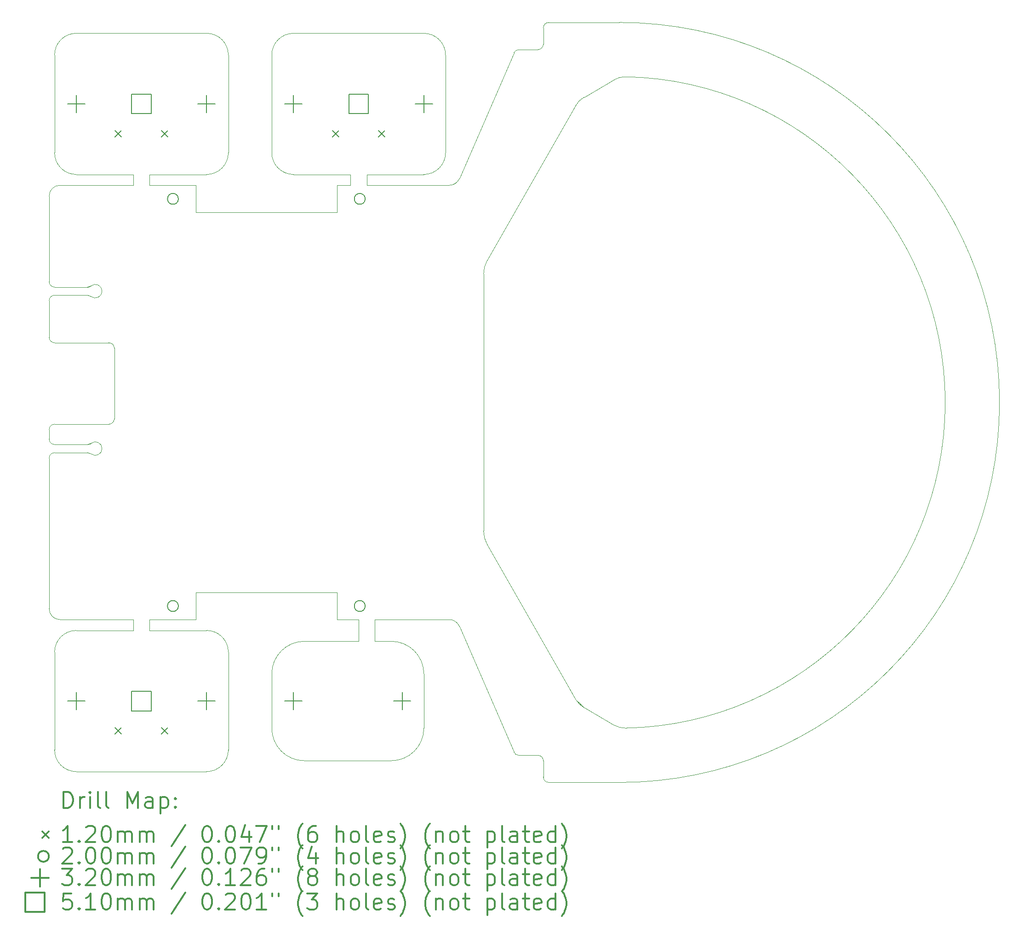
<source format=gbr>
%FSLAX45Y45*%
G04 Gerber Fmt 4.5, Leading zero omitted, Abs format (unit mm)*
G04 Created by KiCad (PCBNEW 4.0.1-stable) date 2018/11/10 20:41:08*
%MOMM*%
G01*
G04 APERTURE LIST*
%ADD10C,0.127000*%
%ADD11C,0.100000*%
%ADD12C,0.200000*%
%ADD13C,0.300000*%
G04 APERTURE END LIST*
D10*
D11*
X8200000Y-14400000D02*
X7200000Y-14400000D01*
X8200000Y-14400000D02*
X8200000Y-14000000D01*
X8200000Y-14000000D02*
X7800000Y-14000000D01*
X8500000Y-14400000D02*
X8800000Y-14400000D01*
X8500000Y-14000000D02*
X8500000Y-14400000D01*
X9868696Y-14000000D02*
X8500000Y-14000000D01*
X7200000Y-14400000D02*
G75*
G03X6600000Y-15000000I0J-600000D01*
G01*
X6600000Y-16000000D02*
G75*
G03X7200000Y-16600000I600000J0D01*
G01*
X8800000Y-16600000D02*
G75*
G03X9400000Y-16000000I0J600000D01*
G01*
X9400000Y-15000000D02*
G75*
G03X8800000Y-14400000I-600000J0D01*
G01*
X9400000Y-16000000D02*
X9400000Y-15000000D01*
X7200000Y-16600000D02*
X8800000Y-16600000D01*
X6600000Y-15000000D02*
X6600000Y-16000000D01*
X8050000Y-6000000D02*
X7800000Y-6000000D01*
X8050000Y-5800000D02*
X8050000Y-6000000D01*
X8350000Y-6000000D02*
X8350000Y-5800000D01*
X8350000Y-6000000D02*
X9868696Y-6000000D01*
X9400000Y-3200000D02*
X7000000Y-3200000D01*
X6600000Y-5400000D02*
G75*
G03X7000000Y-5800000I400000J0D01*
G01*
X9400000Y-5800000D02*
G75*
G03X9800000Y-5400000I0J400000D01*
G01*
X9800000Y-3600000D02*
G75*
G03X9400000Y-3200000I-400000J0D01*
G01*
X7000000Y-3200000D02*
G75*
G03X6600000Y-3600000I0J-400000D01*
G01*
X9800000Y-3600000D02*
X9800000Y-5400000D01*
X6600000Y-5400000D02*
X6600000Y-3600000D01*
X8050000Y-5800000D02*
X7000000Y-5800000D01*
X8350000Y-5800000D02*
X9400000Y-5800000D01*
X4050000Y-6000000D02*
X2700000Y-6000000D01*
X4050000Y-5800000D02*
X4050000Y-6000000D01*
X4350000Y-6000000D02*
X4350000Y-5800000D01*
X5200000Y-6000000D02*
X4350000Y-6000000D01*
X4350000Y-5800000D02*
X5400000Y-5800000D01*
X4050000Y-5800000D02*
X3000000Y-5800000D01*
X2600000Y-5400000D02*
X2600000Y-3600000D01*
X5800000Y-3600000D02*
X5800000Y-5400000D01*
X3000000Y-3200000D02*
G75*
G03X2600000Y-3600000I0J-400000D01*
G01*
X5800000Y-3600000D02*
G75*
G03X5400000Y-3200000I-400000J0D01*
G01*
X5400000Y-5800000D02*
G75*
G03X5800000Y-5400000I0J400000D01*
G01*
X2600000Y-5400000D02*
G75*
G03X3000000Y-5800000I400000J0D01*
G01*
X5400000Y-3200000D02*
X3000000Y-3200000D01*
X4050000Y-14000000D02*
X2700000Y-14000000D01*
X4050000Y-14200000D02*
X4050000Y-14000000D01*
X4350000Y-14200000D02*
X5400000Y-14200000D01*
X4350000Y-14000000D02*
X5200000Y-14000000D01*
X4350000Y-14200000D02*
X4350000Y-14000000D01*
X4050000Y-14200000D02*
X3000000Y-14200000D01*
X2600000Y-16400000D02*
G75*
G03X3000000Y-16800000I400000J0D01*
G01*
X5400000Y-16800000D02*
G75*
G03X5800000Y-16400000I0J400000D01*
G01*
X5800000Y-14600000D02*
G75*
G03X5400000Y-14200000I-400000J0D01*
G01*
X3000000Y-14200000D02*
G75*
G03X2600000Y-14600000I0J-400000D01*
G01*
X5400000Y-16800000D02*
X4200000Y-16800000D01*
X5800000Y-14600000D02*
X5800000Y-16400000D01*
X2600000Y-16400000D02*
X2600000Y-14600000D01*
X4200000Y-16800000D02*
X3000000Y-16800000D01*
X11500000Y-16500000D02*
G75*
G02X11600000Y-16600000I0J-100000D01*
G01*
X13000000Y-3000000D02*
G75*
G02X13000000Y-17000000I0J-7000000D01*
G01*
X13113497Y-4001074D02*
G75*
G02X13113497Y-15998926I-113497J-5998926D01*
G01*
X12345044Y-15619914D02*
G75*
G02X12198518Y-15472406I200771J345964D01*
G01*
X13113497Y-15998926D02*
G75*
G02X12905160Y-15944962I-7567J399928D01*
G01*
X11700000Y-17000000D02*
G75*
G02X11600000Y-16900000I0J100000D01*
G01*
X11148985Y-16500000D02*
G75*
G02X11057230Y-16439761I0J100000D01*
G01*
X9868696Y-14000000D02*
G75*
G02X10052207Y-14120478I0J-200000D01*
G01*
X10565878Y-12615287D02*
G75*
G02X10500000Y-12367218I434122J248070D01*
G01*
X10500000Y-7632782D02*
G75*
G02X10565878Y-7384713I500000J0D01*
G01*
X12198518Y-4527594D02*
G75*
G02X12345044Y-4380086I347297J-198456D01*
G01*
X12905160Y-4055038D02*
G75*
G02X13113497Y-4001074I200771J-345964D01*
G01*
X11600000Y-3100000D02*
G75*
G02X11700000Y-3000000I100000J0D01*
G01*
X11600000Y-3400000D02*
G75*
G02X11500000Y-3500000I-100000J0D01*
G01*
X11057230Y-3560239D02*
G75*
G02X11148985Y-3500000I91756J-39761D01*
G01*
X10052207Y-5879521D02*
G75*
G02X9868696Y-6000000I-183511J79522D01*
G01*
X2500000Y-6200000D02*
G75*
G02X2700000Y-6000000I200000J0D01*
G01*
X2600000Y-7875000D02*
G75*
G02X2500000Y-7775000I0J100000D01*
G01*
X3271432Y-7852778D02*
G75*
G02X3208579Y-7875000I-62854J77778D01*
G01*
X3208579Y-8025000D02*
G75*
G02X3271433Y-8047222I0J-100000D01*
G01*
X3271433Y-7852778D02*
G75*
G02X3271433Y-8047222I78567J-97222D01*
G01*
X2500000Y-8125000D02*
G75*
G02X2600000Y-8025000I100000J0D01*
G01*
X2600000Y-8900000D02*
G75*
G02X2500000Y-8800000I0J100000D01*
G01*
X3600000Y-8900000D02*
G75*
G02X3700000Y-9000000I0J-100000D01*
G01*
X3700000Y-10300000D02*
G75*
G02X3600000Y-10400000I-100000J0D01*
G01*
X2500000Y-10500000D02*
G75*
G02X2600000Y-10400000I100000J0D01*
G01*
X2600000Y-10775000D02*
G75*
G02X2500000Y-10675000I0J100000D01*
G01*
X3208579Y-10925000D02*
G75*
G02X3271433Y-10947222I0J-100000D01*
G01*
X3271432Y-10752778D02*
G75*
G02X3208579Y-10775000I-62854J77778D01*
G01*
X3271433Y-10752778D02*
G75*
G02X3271433Y-10947222I78567J-97222D01*
G01*
X2500000Y-11025000D02*
G75*
G02X2600000Y-10925000I100000J0D01*
G01*
X2700000Y-14000000D02*
G75*
G02X2500000Y-13800000I0J200000D01*
G01*
X12198518Y-4527594D02*
X10565878Y-7384713D01*
X12905160Y-4055038D02*
X12345044Y-4380086D01*
X12345044Y-15619914D02*
X12905160Y-15944962D01*
X12198518Y-15472406D02*
X12345044Y-15619914D01*
X10565878Y-12615287D02*
X12198518Y-15472406D01*
X10500000Y-7632782D02*
X10500000Y-12367218D01*
X3208579Y-8025000D02*
X3271433Y-8047222D01*
X2600000Y-8025000D02*
X3208579Y-8025000D01*
X2500000Y-8800000D02*
X2500000Y-8125000D01*
X3600000Y-8900000D02*
X2600000Y-8900000D01*
X3700000Y-10300000D02*
X3700000Y-9000000D01*
X2600000Y-10400000D02*
X3600000Y-10400000D01*
X2500000Y-10675000D02*
X2500000Y-10500000D01*
X3208579Y-10775000D02*
X2600000Y-10775000D01*
X3271433Y-10752778D02*
X3208579Y-10775000D01*
X3208579Y-10925000D02*
X3271433Y-10947222D01*
X2600000Y-10925000D02*
X3208579Y-10925000D01*
X2500000Y-13800000D02*
X2500000Y-11025000D01*
X5200000Y-13500000D02*
X5200000Y-14000000D01*
X7800000Y-13500000D02*
X5200000Y-13500000D01*
X7800000Y-14000000D02*
X7800000Y-13500000D01*
X11057230Y-16439761D02*
X10052207Y-14120478D01*
X11500000Y-16500000D02*
X11148985Y-16500000D01*
X11600000Y-16900000D02*
X11600000Y-16600000D01*
X13000000Y-17000000D02*
X11700000Y-17000000D01*
X11700000Y-3000000D02*
X13000000Y-3000000D01*
X11600000Y-3400000D02*
X11600000Y-3100000D01*
X11148985Y-3500000D02*
X11500000Y-3500000D01*
X10052207Y-5879521D02*
X11057230Y-3560239D01*
X7800000Y-6500000D02*
X7800000Y-6000000D01*
X5200000Y-6500000D02*
X7800000Y-6500000D01*
X5200000Y-6000000D02*
X5200000Y-6500000D01*
X2500000Y-7775000D02*
X2500000Y-6200000D01*
X3208579Y-7875000D02*
X2600000Y-7875000D01*
X3271433Y-7852778D02*
X3208579Y-7875000D01*
D12*
X3715000Y-4990000D02*
X3835000Y-5110000D01*
X3835000Y-4990000D02*
X3715000Y-5110000D01*
X3715000Y-15990000D02*
X3835000Y-16110000D01*
X3835000Y-15990000D02*
X3715000Y-16110000D01*
X4565000Y-4990000D02*
X4685000Y-5110000D01*
X4685000Y-4990000D02*
X4565000Y-5110000D01*
X4565000Y-15990000D02*
X4685000Y-16110000D01*
X4685000Y-15990000D02*
X4565000Y-16110000D01*
X7715000Y-4990000D02*
X7835000Y-5110000D01*
X7835000Y-4990000D02*
X7715000Y-5110000D01*
X8565000Y-4990000D02*
X8685000Y-5110000D01*
X8685000Y-4990000D02*
X8565000Y-5110000D01*
X4880000Y-6250000D02*
G75*
G03X4880000Y-6250000I-100000J0D01*
G01*
X4880000Y-13750000D02*
G75*
G03X4880000Y-13750000I-100000J0D01*
G01*
X8320000Y-6250000D02*
G75*
G03X8320000Y-6250000I-100000J0D01*
G01*
X8320000Y-13750000D02*
G75*
G03X8320000Y-13750000I-100000J0D01*
G01*
X3000000Y-4340000D02*
X3000000Y-4660000D01*
X2840000Y-4500000D02*
X3160000Y-4500000D01*
X3000000Y-15340000D02*
X3000000Y-15660000D01*
X2840000Y-15500000D02*
X3160000Y-15500000D01*
X5400000Y-4340000D02*
X5400000Y-4660000D01*
X5240000Y-4500000D02*
X5560000Y-4500000D01*
X5400000Y-15340000D02*
X5400000Y-15660000D01*
X5240000Y-15500000D02*
X5560000Y-15500000D01*
X7000000Y-4340000D02*
X7000000Y-4660000D01*
X6840000Y-4500000D02*
X7160000Y-4500000D01*
X7000000Y-15340000D02*
X7000000Y-15660000D01*
X6840000Y-15500000D02*
X7160000Y-15500000D01*
X9000000Y-15340000D02*
X9000000Y-15660000D01*
X8840000Y-15500000D02*
X9160000Y-15500000D01*
X9400000Y-4340000D02*
X9400000Y-4660000D01*
X9240000Y-4500000D02*
X9560000Y-4500000D01*
X4380314Y-4680314D02*
X4380314Y-4319686D01*
X4019686Y-4319686D01*
X4019686Y-4680314D01*
X4380314Y-4680314D01*
X4380314Y-15680314D02*
X4380314Y-15319686D01*
X4019686Y-15319686D01*
X4019686Y-15680314D01*
X4380314Y-15680314D01*
X8380314Y-4680314D02*
X8380314Y-4319686D01*
X8019686Y-4319686D01*
X8019686Y-4680314D01*
X8380314Y-4680314D01*
D13*
X2766429Y-17470714D02*
X2766429Y-17170714D01*
X2837857Y-17170714D01*
X2880714Y-17185000D01*
X2909286Y-17213572D01*
X2923571Y-17242143D01*
X2937857Y-17299286D01*
X2937857Y-17342143D01*
X2923571Y-17399286D01*
X2909286Y-17427857D01*
X2880714Y-17456429D01*
X2837857Y-17470714D01*
X2766429Y-17470714D01*
X3066428Y-17470714D02*
X3066428Y-17270714D01*
X3066428Y-17327857D02*
X3080714Y-17299286D01*
X3095000Y-17285000D01*
X3123571Y-17270714D01*
X3152143Y-17270714D01*
X3252143Y-17470714D02*
X3252143Y-17270714D01*
X3252143Y-17170714D02*
X3237857Y-17185000D01*
X3252143Y-17199286D01*
X3266428Y-17185000D01*
X3252143Y-17170714D01*
X3252143Y-17199286D01*
X3437857Y-17470714D02*
X3409286Y-17456429D01*
X3395000Y-17427857D01*
X3395000Y-17170714D01*
X3595000Y-17470714D02*
X3566428Y-17456429D01*
X3552143Y-17427857D01*
X3552143Y-17170714D01*
X3937857Y-17470714D02*
X3937857Y-17170714D01*
X4037857Y-17385000D01*
X4137857Y-17170714D01*
X4137857Y-17470714D01*
X4409286Y-17470714D02*
X4409286Y-17313572D01*
X4395000Y-17285000D01*
X4366429Y-17270714D01*
X4309286Y-17270714D01*
X4280714Y-17285000D01*
X4409286Y-17456429D02*
X4380714Y-17470714D01*
X4309286Y-17470714D01*
X4280714Y-17456429D01*
X4266429Y-17427857D01*
X4266429Y-17399286D01*
X4280714Y-17370714D01*
X4309286Y-17356429D01*
X4380714Y-17356429D01*
X4409286Y-17342143D01*
X4552143Y-17270714D02*
X4552143Y-17570714D01*
X4552143Y-17285000D02*
X4580714Y-17270714D01*
X4637857Y-17270714D01*
X4666429Y-17285000D01*
X4680714Y-17299286D01*
X4695000Y-17327857D01*
X4695000Y-17413572D01*
X4680714Y-17442143D01*
X4666429Y-17456429D01*
X4637857Y-17470714D01*
X4580714Y-17470714D01*
X4552143Y-17456429D01*
X4823571Y-17442143D02*
X4837857Y-17456429D01*
X4823571Y-17470714D01*
X4809286Y-17456429D01*
X4823571Y-17442143D01*
X4823571Y-17470714D01*
X4823571Y-17285000D02*
X4837857Y-17299286D01*
X4823571Y-17313572D01*
X4809286Y-17299286D01*
X4823571Y-17285000D01*
X4823571Y-17313572D01*
X2375000Y-17905000D02*
X2495000Y-18025000D01*
X2495000Y-17905000D02*
X2375000Y-18025000D01*
X2923571Y-18100714D02*
X2752143Y-18100714D01*
X2837857Y-18100714D02*
X2837857Y-17800714D01*
X2809286Y-17843572D01*
X2780714Y-17872143D01*
X2752143Y-17886429D01*
X3052143Y-18072143D02*
X3066428Y-18086429D01*
X3052143Y-18100714D01*
X3037857Y-18086429D01*
X3052143Y-18072143D01*
X3052143Y-18100714D01*
X3180714Y-17829286D02*
X3195000Y-17815000D01*
X3223571Y-17800714D01*
X3295000Y-17800714D01*
X3323571Y-17815000D01*
X3337857Y-17829286D01*
X3352143Y-17857857D01*
X3352143Y-17886429D01*
X3337857Y-17929286D01*
X3166428Y-18100714D01*
X3352143Y-18100714D01*
X3537857Y-17800714D02*
X3566428Y-17800714D01*
X3595000Y-17815000D01*
X3609286Y-17829286D01*
X3623571Y-17857857D01*
X3637857Y-17915000D01*
X3637857Y-17986429D01*
X3623571Y-18043572D01*
X3609286Y-18072143D01*
X3595000Y-18086429D01*
X3566428Y-18100714D01*
X3537857Y-18100714D01*
X3509286Y-18086429D01*
X3495000Y-18072143D01*
X3480714Y-18043572D01*
X3466428Y-17986429D01*
X3466428Y-17915000D01*
X3480714Y-17857857D01*
X3495000Y-17829286D01*
X3509286Y-17815000D01*
X3537857Y-17800714D01*
X3766428Y-18100714D02*
X3766428Y-17900714D01*
X3766428Y-17929286D02*
X3780714Y-17915000D01*
X3809286Y-17900714D01*
X3852143Y-17900714D01*
X3880714Y-17915000D01*
X3895000Y-17943572D01*
X3895000Y-18100714D01*
X3895000Y-17943572D02*
X3909286Y-17915000D01*
X3937857Y-17900714D01*
X3980714Y-17900714D01*
X4009286Y-17915000D01*
X4023571Y-17943572D01*
X4023571Y-18100714D01*
X4166428Y-18100714D02*
X4166428Y-17900714D01*
X4166428Y-17929286D02*
X4180714Y-17915000D01*
X4209286Y-17900714D01*
X4252143Y-17900714D01*
X4280714Y-17915000D01*
X4295000Y-17943572D01*
X4295000Y-18100714D01*
X4295000Y-17943572D02*
X4309286Y-17915000D01*
X4337857Y-17900714D01*
X4380714Y-17900714D01*
X4409286Y-17915000D01*
X4423571Y-17943572D01*
X4423571Y-18100714D01*
X5009286Y-17786429D02*
X4752143Y-18172143D01*
X5395000Y-17800714D02*
X5423571Y-17800714D01*
X5452143Y-17815000D01*
X5466428Y-17829286D01*
X5480714Y-17857857D01*
X5495000Y-17915000D01*
X5495000Y-17986429D01*
X5480714Y-18043572D01*
X5466428Y-18072143D01*
X5452143Y-18086429D01*
X5423571Y-18100714D01*
X5395000Y-18100714D01*
X5366428Y-18086429D01*
X5352143Y-18072143D01*
X5337857Y-18043572D01*
X5323571Y-17986429D01*
X5323571Y-17915000D01*
X5337857Y-17857857D01*
X5352143Y-17829286D01*
X5366428Y-17815000D01*
X5395000Y-17800714D01*
X5623571Y-18072143D02*
X5637857Y-18086429D01*
X5623571Y-18100714D01*
X5609286Y-18086429D01*
X5623571Y-18072143D01*
X5623571Y-18100714D01*
X5823571Y-17800714D02*
X5852143Y-17800714D01*
X5880714Y-17815000D01*
X5895000Y-17829286D01*
X5909285Y-17857857D01*
X5923571Y-17915000D01*
X5923571Y-17986429D01*
X5909285Y-18043572D01*
X5895000Y-18072143D01*
X5880714Y-18086429D01*
X5852143Y-18100714D01*
X5823571Y-18100714D01*
X5795000Y-18086429D01*
X5780714Y-18072143D01*
X5766428Y-18043572D01*
X5752143Y-17986429D01*
X5752143Y-17915000D01*
X5766428Y-17857857D01*
X5780714Y-17829286D01*
X5795000Y-17815000D01*
X5823571Y-17800714D01*
X6180714Y-17900714D02*
X6180714Y-18100714D01*
X6109285Y-17786429D02*
X6037857Y-18000714D01*
X6223571Y-18000714D01*
X6309285Y-17800714D02*
X6509285Y-17800714D01*
X6380714Y-18100714D01*
X6609286Y-17800714D02*
X6609286Y-17857857D01*
X6723571Y-17800714D02*
X6723571Y-17857857D01*
X7166428Y-18215000D02*
X7152143Y-18200714D01*
X7123571Y-18157857D01*
X7109285Y-18129286D01*
X7095000Y-18086429D01*
X7080714Y-18015000D01*
X7080714Y-17957857D01*
X7095000Y-17886429D01*
X7109285Y-17843572D01*
X7123571Y-17815000D01*
X7152143Y-17772143D01*
X7166428Y-17757857D01*
X7409285Y-17800714D02*
X7352143Y-17800714D01*
X7323571Y-17815000D01*
X7309285Y-17829286D01*
X7280714Y-17872143D01*
X7266428Y-17929286D01*
X7266428Y-18043572D01*
X7280714Y-18072143D01*
X7295000Y-18086429D01*
X7323571Y-18100714D01*
X7380714Y-18100714D01*
X7409285Y-18086429D01*
X7423571Y-18072143D01*
X7437857Y-18043572D01*
X7437857Y-17972143D01*
X7423571Y-17943572D01*
X7409285Y-17929286D01*
X7380714Y-17915000D01*
X7323571Y-17915000D01*
X7295000Y-17929286D01*
X7280714Y-17943572D01*
X7266428Y-17972143D01*
X7795000Y-18100714D02*
X7795000Y-17800714D01*
X7923571Y-18100714D02*
X7923571Y-17943572D01*
X7909285Y-17915000D01*
X7880714Y-17900714D01*
X7837857Y-17900714D01*
X7809285Y-17915000D01*
X7795000Y-17929286D01*
X8109285Y-18100714D02*
X8080714Y-18086429D01*
X8066428Y-18072143D01*
X8052143Y-18043572D01*
X8052143Y-17957857D01*
X8066428Y-17929286D01*
X8080714Y-17915000D01*
X8109285Y-17900714D01*
X8152143Y-17900714D01*
X8180714Y-17915000D01*
X8195000Y-17929286D01*
X8209285Y-17957857D01*
X8209285Y-18043572D01*
X8195000Y-18072143D01*
X8180714Y-18086429D01*
X8152143Y-18100714D01*
X8109285Y-18100714D01*
X8380714Y-18100714D02*
X8352143Y-18086429D01*
X8337857Y-18057857D01*
X8337857Y-17800714D01*
X8609286Y-18086429D02*
X8580714Y-18100714D01*
X8523571Y-18100714D01*
X8495000Y-18086429D01*
X8480714Y-18057857D01*
X8480714Y-17943572D01*
X8495000Y-17915000D01*
X8523571Y-17900714D01*
X8580714Y-17900714D01*
X8609286Y-17915000D01*
X8623571Y-17943572D01*
X8623571Y-17972143D01*
X8480714Y-18000714D01*
X8737857Y-18086429D02*
X8766429Y-18100714D01*
X8823571Y-18100714D01*
X8852143Y-18086429D01*
X8866429Y-18057857D01*
X8866429Y-18043572D01*
X8852143Y-18015000D01*
X8823571Y-18000714D01*
X8780714Y-18000714D01*
X8752143Y-17986429D01*
X8737857Y-17957857D01*
X8737857Y-17943572D01*
X8752143Y-17915000D01*
X8780714Y-17900714D01*
X8823571Y-17900714D01*
X8852143Y-17915000D01*
X8966428Y-18215000D02*
X8980714Y-18200714D01*
X9009286Y-18157857D01*
X9023571Y-18129286D01*
X9037857Y-18086429D01*
X9052143Y-18015000D01*
X9052143Y-17957857D01*
X9037857Y-17886429D01*
X9023571Y-17843572D01*
X9009286Y-17815000D01*
X8980714Y-17772143D01*
X8966428Y-17757857D01*
X9509286Y-18215000D02*
X9495000Y-18200714D01*
X9466428Y-18157857D01*
X9452143Y-18129286D01*
X9437857Y-18086429D01*
X9423571Y-18015000D01*
X9423571Y-17957857D01*
X9437857Y-17886429D01*
X9452143Y-17843572D01*
X9466428Y-17815000D01*
X9495000Y-17772143D01*
X9509286Y-17757857D01*
X9623571Y-17900714D02*
X9623571Y-18100714D01*
X9623571Y-17929286D02*
X9637857Y-17915000D01*
X9666428Y-17900714D01*
X9709286Y-17900714D01*
X9737857Y-17915000D01*
X9752143Y-17943572D01*
X9752143Y-18100714D01*
X9937857Y-18100714D02*
X9909286Y-18086429D01*
X9895000Y-18072143D01*
X9880714Y-18043572D01*
X9880714Y-17957857D01*
X9895000Y-17929286D01*
X9909286Y-17915000D01*
X9937857Y-17900714D01*
X9980714Y-17900714D01*
X10009286Y-17915000D01*
X10023571Y-17929286D01*
X10037857Y-17957857D01*
X10037857Y-18043572D01*
X10023571Y-18072143D01*
X10009286Y-18086429D01*
X9980714Y-18100714D01*
X9937857Y-18100714D01*
X10123571Y-17900714D02*
X10237857Y-17900714D01*
X10166429Y-17800714D02*
X10166429Y-18057857D01*
X10180714Y-18086429D01*
X10209286Y-18100714D01*
X10237857Y-18100714D01*
X10566429Y-17900714D02*
X10566429Y-18200714D01*
X10566429Y-17915000D02*
X10595000Y-17900714D01*
X10652143Y-17900714D01*
X10680714Y-17915000D01*
X10695000Y-17929286D01*
X10709286Y-17957857D01*
X10709286Y-18043572D01*
X10695000Y-18072143D01*
X10680714Y-18086429D01*
X10652143Y-18100714D01*
X10595000Y-18100714D01*
X10566429Y-18086429D01*
X10880714Y-18100714D02*
X10852143Y-18086429D01*
X10837857Y-18057857D01*
X10837857Y-17800714D01*
X11123571Y-18100714D02*
X11123571Y-17943572D01*
X11109286Y-17915000D01*
X11080714Y-17900714D01*
X11023571Y-17900714D01*
X10995000Y-17915000D01*
X11123571Y-18086429D02*
X11095000Y-18100714D01*
X11023571Y-18100714D01*
X10995000Y-18086429D01*
X10980714Y-18057857D01*
X10980714Y-18029286D01*
X10995000Y-18000714D01*
X11023571Y-17986429D01*
X11095000Y-17986429D01*
X11123571Y-17972143D01*
X11223571Y-17900714D02*
X11337857Y-17900714D01*
X11266429Y-17800714D02*
X11266429Y-18057857D01*
X11280714Y-18086429D01*
X11309286Y-18100714D01*
X11337857Y-18100714D01*
X11552143Y-18086429D02*
X11523571Y-18100714D01*
X11466429Y-18100714D01*
X11437857Y-18086429D01*
X11423571Y-18057857D01*
X11423571Y-17943572D01*
X11437857Y-17915000D01*
X11466429Y-17900714D01*
X11523571Y-17900714D01*
X11552143Y-17915000D01*
X11566429Y-17943572D01*
X11566429Y-17972143D01*
X11423571Y-18000714D01*
X11823571Y-18100714D02*
X11823571Y-17800714D01*
X11823571Y-18086429D02*
X11795000Y-18100714D01*
X11737857Y-18100714D01*
X11709286Y-18086429D01*
X11695000Y-18072143D01*
X11680714Y-18043572D01*
X11680714Y-17957857D01*
X11695000Y-17929286D01*
X11709286Y-17915000D01*
X11737857Y-17900714D01*
X11795000Y-17900714D01*
X11823571Y-17915000D01*
X11937857Y-18215000D02*
X11952143Y-18200714D01*
X11980714Y-18157857D01*
X11995000Y-18129286D01*
X12009286Y-18086429D01*
X12023571Y-18015000D01*
X12023571Y-17957857D01*
X12009286Y-17886429D01*
X11995000Y-17843572D01*
X11980714Y-17815000D01*
X11952143Y-17772143D01*
X11937857Y-17757857D01*
X2495000Y-18361000D02*
G75*
G03X2495000Y-18361000I-100000J0D01*
G01*
X2752143Y-18225286D02*
X2766429Y-18211000D01*
X2795000Y-18196714D01*
X2866428Y-18196714D01*
X2895000Y-18211000D01*
X2909286Y-18225286D01*
X2923571Y-18253857D01*
X2923571Y-18282429D01*
X2909286Y-18325286D01*
X2737857Y-18496714D01*
X2923571Y-18496714D01*
X3052143Y-18468143D02*
X3066428Y-18482429D01*
X3052143Y-18496714D01*
X3037857Y-18482429D01*
X3052143Y-18468143D01*
X3052143Y-18496714D01*
X3252143Y-18196714D02*
X3280714Y-18196714D01*
X3309286Y-18211000D01*
X3323571Y-18225286D01*
X3337857Y-18253857D01*
X3352143Y-18311000D01*
X3352143Y-18382429D01*
X3337857Y-18439572D01*
X3323571Y-18468143D01*
X3309286Y-18482429D01*
X3280714Y-18496714D01*
X3252143Y-18496714D01*
X3223571Y-18482429D01*
X3209286Y-18468143D01*
X3195000Y-18439572D01*
X3180714Y-18382429D01*
X3180714Y-18311000D01*
X3195000Y-18253857D01*
X3209286Y-18225286D01*
X3223571Y-18211000D01*
X3252143Y-18196714D01*
X3537857Y-18196714D02*
X3566428Y-18196714D01*
X3595000Y-18211000D01*
X3609286Y-18225286D01*
X3623571Y-18253857D01*
X3637857Y-18311000D01*
X3637857Y-18382429D01*
X3623571Y-18439572D01*
X3609286Y-18468143D01*
X3595000Y-18482429D01*
X3566428Y-18496714D01*
X3537857Y-18496714D01*
X3509286Y-18482429D01*
X3495000Y-18468143D01*
X3480714Y-18439572D01*
X3466428Y-18382429D01*
X3466428Y-18311000D01*
X3480714Y-18253857D01*
X3495000Y-18225286D01*
X3509286Y-18211000D01*
X3537857Y-18196714D01*
X3766428Y-18496714D02*
X3766428Y-18296714D01*
X3766428Y-18325286D02*
X3780714Y-18311000D01*
X3809286Y-18296714D01*
X3852143Y-18296714D01*
X3880714Y-18311000D01*
X3895000Y-18339572D01*
X3895000Y-18496714D01*
X3895000Y-18339572D02*
X3909286Y-18311000D01*
X3937857Y-18296714D01*
X3980714Y-18296714D01*
X4009286Y-18311000D01*
X4023571Y-18339572D01*
X4023571Y-18496714D01*
X4166428Y-18496714D02*
X4166428Y-18296714D01*
X4166428Y-18325286D02*
X4180714Y-18311000D01*
X4209286Y-18296714D01*
X4252143Y-18296714D01*
X4280714Y-18311000D01*
X4295000Y-18339572D01*
X4295000Y-18496714D01*
X4295000Y-18339572D02*
X4309286Y-18311000D01*
X4337857Y-18296714D01*
X4380714Y-18296714D01*
X4409286Y-18311000D01*
X4423571Y-18339572D01*
X4423571Y-18496714D01*
X5009286Y-18182429D02*
X4752143Y-18568143D01*
X5395000Y-18196714D02*
X5423571Y-18196714D01*
X5452143Y-18211000D01*
X5466428Y-18225286D01*
X5480714Y-18253857D01*
X5495000Y-18311000D01*
X5495000Y-18382429D01*
X5480714Y-18439572D01*
X5466428Y-18468143D01*
X5452143Y-18482429D01*
X5423571Y-18496714D01*
X5395000Y-18496714D01*
X5366428Y-18482429D01*
X5352143Y-18468143D01*
X5337857Y-18439572D01*
X5323571Y-18382429D01*
X5323571Y-18311000D01*
X5337857Y-18253857D01*
X5352143Y-18225286D01*
X5366428Y-18211000D01*
X5395000Y-18196714D01*
X5623571Y-18468143D02*
X5637857Y-18482429D01*
X5623571Y-18496714D01*
X5609286Y-18482429D01*
X5623571Y-18468143D01*
X5623571Y-18496714D01*
X5823571Y-18196714D02*
X5852143Y-18196714D01*
X5880714Y-18211000D01*
X5895000Y-18225286D01*
X5909285Y-18253857D01*
X5923571Y-18311000D01*
X5923571Y-18382429D01*
X5909285Y-18439572D01*
X5895000Y-18468143D01*
X5880714Y-18482429D01*
X5852143Y-18496714D01*
X5823571Y-18496714D01*
X5795000Y-18482429D01*
X5780714Y-18468143D01*
X5766428Y-18439572D01*
X5752143Y-18382429D01*
X5752143Y-18311000D01*
X5766428Y-18253857D01*
X5780714Y-18225286D01*
X5795000Y-18211000D01*
X5823571Y-18196714D01*
X6023571Y-18196714D02*
X6223571Y-18196714D01*
X6095000Y-18496714D01*
X6352143Y-18496714D02*
X6409285Y-18496714D01*
X6437857Y-18482429D01*
X6452143Y-18468143D01*
X6480714Y-18425286D01*
X6495000Y-18368143D01*
X6495000Y-18253857D01*
X6480714Y-18225286D01*
X6466428Y-18211000D01*
X6437857Y-18196714D01*
X6380714Y-18196714D01*
X6352143Y-18211000D01*
X6337857Y-18225286D01*
X6323571Y-18253857D01*
X6323571Y-18325286D01*
X6337857Y-18353857D01*
X6352143Y-18368143D01*
X6380714Y-18382429D01*
X6437857Y-18382429D01*
X6466428Y-18368143D01*
X6480714Y-18353857D01*
X6495000Y-18325286D01*
X6609286Y-18196714D02*
X6609286Y-18253857D01*
X6723571Y-18196714D02*
X6723571Y-18253857D01*
X7166428Y-18611000D02*
X7152143Y-18596714D01*
X7123571Y-18553857D01*
X7109285Y-18525286D01*
X7095000Y-18482429D01*
X7080714Y-18411000D01*
X7080714Y-18353857D01*
X7095000Y-18282429D01*
X7109285Y-18239572D01*
X7123571Y-18211000D01*
X7152143Y-18168143D01*
X7166428Y-18153857D01*
X7409285Y-18296714D02*
X7409285Y-18496714D01*
X7337857Y-18182429D02*
X7266428Y-18396714D01*
X7452143Y-18396714D01*
X7795000Y-18496714D02*
X7795000Y-18196714D01*
X7923571Y-18496714D02*
X7923571Y-18339572D01*
X7909285Y-18311000D01*
X7880714Y-18296714D01*
X7837857Y-18296714D01*
X7809285Y-18311000D01*
X7795000Y-18325286D01*
X8109285Y-18496714D02*
X8080714Y-18482429D01*
X8066428Y-18468143D01*
X8052143Y-18439572D01*
X8052143Y-18353857D01*
X8066428Y-18325286D01*
X8080714Y-18311000D01*
X8109285Y-18296714D01*
X8152143Y-18296714D01*
X8180714Y-18311000D01*
X8195000Y-18325286D01*
X8209285Y-18353857D01*
X8209285Y-18439572D01*
X8195000Y-18468143D01*
X8180714Y-18482429D01*
X8152143Y-18496714D01*
X8109285Y-18496714D01*
X8380714Y-18496714D02*
X8352143Y-18482429D01*
X8337857Y-18453857D01*
X8337857Y-18196714D01*
X8609286Y-18482429D02*
X8580714Y-18496714D01*
X8523571Y-18496714D01*
X8495000Y-18482429D01*
X8480714Y-18453857D01*
X8480714Y-18339572D01*
X8495000Y-18311000D01*
X8523571Y-18296714D01*
X8580714Y-18296714D01*
X8609286Y-18311000D01*
X8623571Y-18339572D01*
X8623571Y-18368143D01*
X8480714Y-18396714D01*
X8737857Y-18482429D02*
X8766429Y-18496714D01*
X8823571Y-18496714D01*
X8852143Y-18482429D01*
X8866429Y-18453857D01*
X8866429Y-18439572D01*
X8852143Y-18411000D01*
X8823571Y-18396714D01*
X8780714Y-18396714D01*
X8752143Y-18382429D01*
X8737857Y-18353857D01*
X8737857Y-18339572D01*
X8752143Y-18311000D01*
X8780714Y-18296714D01*
X8823571Y-18296714D01*
X8852143Y-18311000D01*
X8966428Y-18611000D02*
X8980714Y-18596714D01*
X9009286Y-18553857D01*
X9023571Y-18525286D01*
X9037857Y-18482429D01*
X9052143Y-18411000D01*
X9052143Y-18353857D01*
X9037857Y-18282429D01*
X9023571Y-18239572D01*
X9009286Y-18211000D01*
X8980714Y-18168143D01*
X8966428Y-18153857D01*
X9509286Y-18611000D02*
X9495000Y-18596714D01*
X9466428Y-18553857D01*
X9452143Y-18525286D01*
X9437857Y-18482429D01*
X9423571Y-18411000D01*
X9423571Y-18353857D01*
X9437857Y-18282429D01*
X9452143Y-18239572D01*
X9466428Y-18211000D01*
X9495000Y-18168143D01*
X9509286Y-18153857D01*
X9623571Y-18296714D02*
X9623571Y-18496714D01*
X9623571Y-18325286D02*
X9637857Y-18311000D01*
X9666428Y-18296714D01*
X9709286Y-18296714D01*
X9737857Y-18311000D01*
X9752143Y-18339572D01*
X9752143Y-18496714D01*
X9937857Y-18496714D02*
X9909286Y-18482429D01*
X9895000Y-18468143D01*
X9880714Y-18439572D01*
X9880714Y-18353857D01*
X9895000Y-18325286D01*
X9909286Y-18311000D01*
X9937857Y-18296714D01*
X9980714Y-18296714D01*
X10009286Y-18311000D01*
X10023571Y-18325286D01*
X10037857Y-18353857D01*
X10037857Y-18439572D01*
X10023571Y-18468143D01*
X10009286Y-18482429D01*
X9980714Y-18496714D01*
X9937857Y-18496714D01*
X10123571Y-18296714D02*
X10237857Y-18296714D01*
X10166429Y-18196714D02*
X10166429Y-18453857D01*
X10180714Y-18482429D01*
X10209286Y-18496714D01*
X10237857Y-18496714D01*
X10566429Y-18296714D02*
X10566429Y-18596714D01*
X10566429Y-18311000D02*
X10595000Y-18296714D01*
X10652143Y-18296714D01*
X10680714Y-18311000D01*
X10695000Y-18325286D01*
X10709286Y-18353857D01*
X10709286Y-18439572D01*
X10695000Y-18468143D01*
X10680714Y-18482429D01*
X10652143Y-18496714D01*
X10595000Y-18496714D01*
X10566429Y-18482429D01*
X10880714Y-18496714D02*
X10852143Y-18482429D01*
X10837857Y-18453857D01*
X10837857Y-18196714D01*
X11123571Y-18496714D02*
X11123571Y-18339572D01*
X11109286Y-18311000D01*
X11080714Y-18296714D01*
X11023571Y-18296714D01*
X10995000Y-18311000D01*
X11123571Y-18482429D02*
X11095000Y-18496714D01*
X11023571Y-18496714D01*
X10995000Y-18482429D01*
X10980714Y-18453857D01*
X10980714Y-18425286D01*
X10995000Y-18396714D01*
X11023571Y-18382429D01*
X11095000Y-18382429D01*
X11123571Y-18368143D01*
X11223571Y-18296714D02*
X11337857Y-18296714D01*
X11266429Y-18196714D02*
X11266429Y-18453857D01*
X11280714Y-18482429D01*
X11309286Y-18496714D01*
X11337857Y-18496714D01*
X11552143Y-18482429D02*
X11523571Y-18496714D01*
X11466429Y-18496714D01*
X11437857Y-18482429D01*
X11423571Y-18453857D01*
X11423571Y-18339572D01*
X11437857Y-18311000D01*
X11466429Y-18296714D01*
X11523571Y-18296714D01*
X11552143Y-18311000D01*
X11566429Y-18339572D01*
X11566429Y-18368143D01*
X11423571Y-18396714D01*
X11823571Y-18496714D02*
X11823571Y-18196714D01*
X11823571Y-18482429D02*
X11795000Y-18496714D01*
X11737857Y-18496714D01*
X11709286Y-18482429D01*
X11695000Y-18468143D01*
X11680714Y-18439572D01*
X11680714Y-18353857D01*
X11695000Y-18325286D01*
X11709286Y-18311000D01*
X11737857Y-18296714D01*
X11795000Y-18296714D01*
X11823571Y-18311000D01*
X11937857Y-18611000D02*
X11952143Y-18596714D01*
X11980714Y-18553857D01*
X11995000Y-18525286D01*
X12009286Y-18482429D01*
X12023571Y-18411000D01*
X12023571Y-18353857D01*
X12009286Y-18282429D01*
X11995000Y-18239572D01*
X11980714Y-18211000D01*
X11952143Y-18168143D01*
X11937857Y-18153857D01*
X2335000Y-18597000D02*
X2335000Y-18917000D01*
X2175000Y-18757000D02*
X2495000Y-18757000D01*
X2737857Y-18592714D02*
X2923571Y-18592714D01*
X2823571Y-18707000D01*
X2866428Y-18707000D01*
X2895000Y-18721286D01*
X2909286Y-18735572D01*
X2923571Y-18764143D01*
X2923571Y-18835572D01*
X2909286Y-18864143D01*
X2895000Y-18878429D01*
X2866428Y-18892714D01*
X2780714Y-18892714D01*
X2752143Y-18878429D01*
X2737857Y-18864143D01*
X3052143Y-18864143D02*
X3066428Y-18878429D01*
X3052143Y-18892714D01*
X3037857Y-18878429D01*
X3052143Y-18864143D01*
X3052143Y-18892714D01*
X3180714Y-18621286D02*
X3195000Y-18607000D01*
X3223571Y-18592714D01*
X3295000Y-18592714D01*
X3323571Y-18607000D01*
X3337857Y-18621286D01*
X3352143Y-18649857D01*
X3352143Y-18678429D01*
X3337857Y-18721286D01*
X3166428Y-18892714D01*
X3352143Y-18892714D01*
X3537857Y-18592714D02*
X3566428Y-18592714D01*
X3595000Y-18607000D01*
X3609286Y-18621286D01*
X3623571Y-18649857D01*
X3637857Y-18707000D01*
X3637857Y-18778429D01*
X3623571Y-18835572D01*
X3609286Y-18864143D01*
X3595000Y-18878429D01*
X3566428Y-18892714D01*
X3537857Y-18892714D01*
X3509286Y-18878429D01*
X3495000Y-18864143D01*
X3480714Y-18835572D01*
X3466428Y-18778429D01*
X3466428Y-18707000D01*
X3480714Y-18649857D01*
X3495000Y-18621286D01*
X3509286Y-18607000D01*
X3537857Y-18592714D01*
X3766428Y-18892714D02*
X3766428Y-18692714D01*
X3766428Y-18721286D02*
X3780714Y-18707000D01*
X3809286Y-18692714D01*
X3852143Y-18692714D01*
X3880714Y-18707000D01*
X3895000Y-18735572D01*
X3895000Y-18892714D01*
X3895000Y-18735572D02*
X3909286Y-18707000D01*
X3937857Y-18692714D01*
X3980714Y-18692714D01*
X4009286Y-18707000D01*
X4023571Y-18735572D01*
X4023571Y-18892714D01*
X4166428Y-18892714D02*
X4166428Y-18692714D01*
X4166428Y-18721286D02*
X4180714Y-18707000D01*
X4209286Y-18692714D01*
X4252143Y-18692714D01*
X4280714Y-18707000D01*
X4295000Y-18735572D01*
X4295000Y-18892714D01*
X4295000Y-18735572D02*
X4309286Y-18707000D01*
X4337857Y-18692714D01*
X4380714Y-18692714D01*
X4409286Y-18707000D01*
X4423571Y-18735572D01*
X4423571Y-18892714D01*
X5009286Y-18578429D02*
X4752143Y-18964143D01*
X5395000Y-18592714D02*
X5423571Y-18592714D01*
X5452143Y-18607000D01*
X5466428Y-18621286D01*
X5480714Y-18649857D01*
X5495000Y-18707000D01*
X5495000Y-18778429D01*
X5480714Y-18835572D01*
X5466428Y-18864143D01*
X5452143Y-18878429D01*
X5423571Y-18892714D01*
X5395000Y-18892714D01*
X5366428Y-18878429D01*
X5352143Y-18864143D01*
X5337857Y-18835572D01*
X5323571Y-18778429D01*
X5323571Y-18707000D01*
X5337857Y-18649857D01*
X5352143Y-18621286D01*
X5366428Y-18607000D01*
X5395000Y-18592714D01*
X5623571Y-18864143D02*
X5637857Y-18878429D01*
X5623571Y-18892714D01*
X5609286Y-18878429D01*
X5623571Y-18864143D01*
X5623571Y-18892714D01*
X5923571Y-18892714D02*
X5752143Y-18892714D01*
X5837857Y-18892714D02*
X5837857Y-18592714D01*
X5809285Y-18635572D01*
X5780714Y-18664143D01*
X5752143Y-18678429D01*
X6037857Y-18621286D02*
X6052143Y-18607000D01*
X6080714Y-18592714D01*
X6152143Y-18592714D01*
X6180714Y-18607000D01*
X6195000Y-18621286D01*
X6209285Y-18649857D01*
X6209285Y-18678429D01*
X6195000Y-18721286D01*
X6023571Y-18892714D01*
X6209285Y-18892714D01*
X6466428Y-18592714D02*
X6409285Y-18592714D01*
X6380714Y-18607000D01*
X6366428Y-18621286D01*
X6337857Y-18664143D01*
X6323571Y-18721286D01*
X6323571Y-18835572D01*
X6337857Y-18864143D01*
X6352143Y-18878429D01*
X6380714Y-18892714D01*
X6437857Y-18892714D01*
X6466428Y-18878429D01*
X6480714Y-18864143D01*
X6495000Y-18835572D01*
X6495000Y-18764143D01*
X6480714Y-18735572D01*
X6466428Y-18721286D01*
X6437857Y-18707000D01*
X6380714Y-18707000D01*
X6352143Y-18721286D01*
X6337857Y-18735572D01*
X6323571Y-18764143D01*
X6609286Y-18592714D02*
X6609286Y-18649857D01*
X6723571Y-18592714D02*
X6723571Y-18649857D01*
X7166428Y-19007000D02*
X7152143Y-18992714D01*
X7123571Y-18949857D01*
X7109285Y-18921286D01*
X7095000Y-18878429D01*
X7080714Y-18807000D01*
X7080714Y-18749857D01*
X7095000Y-18678429D01*
X7109285Y-18635572D01*
X7123571Y-18607000D01*
X7152143Y-18564143D01*
X7166428Y-18549857D01*
X7323571Y-18721286D02*
X7295000Y-18707000D01*
X7280714Y-18692714D01*
X7266428Y-18664143D01*
X7266428Y-18649857D01*
X7280714Y-18621286D01*
X7295000Y-18607000D01*
X7323571Y-18592714D01*
X7380714Y-18592714D01*
X7409285Y-18607000D01*
X7423571Y-18621286D01*
X7437857Y-18649857D01*
X7437857Y-18664143D01*
X7423571Y-18692714D01*
X7409285Y-18707000D01*
X7380714Y-18721286D01*
X7323571Y-18721286D01*
X7295000Y-18735572D01*
X7280714Y-18749857D01*
X7266428Y-18778429D01*
X7266428Y-18835572D01*
X7280714Y-18864143D01*
X7295000Y-18878429D01*
X7323571Y-18892714D01*
X7380714Y-18892714D01*
X7409285Y-18878429D01*
X7423571Y-18864143D01*
X7437857Y-18835572D01*
X7437857Y-18778429D01*
X7423571Y-18749857D01*
X7409285Y-18735572D01*
X7380714Y-18721286D01*
X7795000Y-18892714D02*
X7795000Y-18592714D01*
X7923571Y-18892714D02*
X7923571Y-18735572D01*
X7909285Y-18707000D01*
X7880714Y-18692714D01*
X7837857Y-18692714D01*
X7809285Y-18707000D01*
X7795000Y-18721286D01*
X8109285Y-18892714D02*
X8080714Y-18878429D01*
X8066428Y-18864143D01*
X8052143Y-18835572D01*
X8052143Y-18749857D01*
X8066428Y-18721286D01*
X8080714Y-18707000D01*
X8109285Y-18692714D01*
X8152143Y-18692714D01*
X8180714Y-18707000D01*
X8195000Y-18721286D01*
X8209285Y-18749857D01*
X8209285Y-18835572D01*
X8195000Y-18864143D01*
X8180714Y-18878429D01*
X8152143Y-18892714D01*
X8109285Y-18892714D01*
X8380714Y-18892714D02*
X8352143Y-18878429D01*
X8337857Y-18849857D01*
X8337857Y-18592714D01*
X8609286Y-18878429D02*
X8580714Y-18892714D01*
X8523571Y-18892714D01*
X8495000Y-18878429D01*
X8480714Y-18849857D01*
X8480714Y-18735572D01*
X8495000Y-18707000D01*
X8523571Y-18692714D01*
X8580714Y-18692714D01*
X8609286Y-18707000D01*
X8623571Y-18735572D01*
X8623571Y-18764143D01*
X8480714Y-18792714D01*
X8737857Y-18878429D02*
X8766429Y-18892714D01*
X8823571Y-18892714D01*
X8852143Y-18878429D01*
X8866429Y-18849857D01*
X8866429Y-18835572D01*
X8852143Y-18807000D01*
X8823571Y-18792714D01*
X8780714Y-18792714D01*
X8752143Y-18778429D01*
X8737857Y-18749857D01*
X8737857Y-18735572D01*
X8752143Y-18707000D01*
X8780714Y-18692714D01*
X8823571Y-18692714D01*
X8852143Y-18707000D01*
X8966428Y-19007000D02*
X8980714Y-18992714D01*
X9009286Y-18949857D01*
X9023571Y-18921286D01*
X9037857Y-18878429D01*
X9052143Y-18807000D01*
X9052143Y-18749857D01*
X9037857Y-18678429D01*
X9023571Y-18635572D01*
X9009286Y-18607000D01*
X8980714Y-18564143D01*
X8966428Y-18549857D01*
X9509286Y-19007000D02*
X9495000Y-18992714D01*
X9466428Y-18949857D01*
X9452143Y-18921286D01*
X9437857Y-18878429D01*
X9423571Y-18807000D01*
X9423571Y-18749857D01*
X9437857Y-18678429D01*
X9452143Y-18635572D01*
X9466428Y-18607000D01*
X9495000Y-18564143D01*
X9509286Y-18549857D01*
X9623571Y-18692714D02*
X9623571Y-18892714D01*
X9623571Y-18721286D02*
X9637857Y-18707000D01*
X9666428Y-18692714D01*
X9709286Y-18692714D01*
X9737857Y-18707000D01*
X9752143Y-18735572D01*
X9752143Y-18892714D01*
X9937857Y-18892714D02*
X9909286Y-18878429D01*
X9895000Y-18864143D01*
X9880714Y-18835572D01*
X9880714Y-18749857D01*
X9895000Y-18721286D01*
X9909286Y-18707000D01*
X9937857Y-18692714D01*
X9980714Y-18692714D01*
X10009286Y-18707000D01*
X10023571Y-18721286D01*
X10037857Y-18749857D01*
X10037857Y-18835572D01*
X10023571Y-18864143D01*
X10009286Y-18878429D01*
X9980714Y-18892714D01*
X9937857Y-18892714D01*
X10123571Y-18692714D02*
X10237857Y-18692714D01*
X10166429Y-18592714D02*
X10166429Y-18849857D01*
X10180714Y-18878429D01*
X10209286Y-18892714D01*
X10237857Y-18892714D01*
X10566429Y-18692714D02*
X10566429Y-18992714D01*
X10566429Y-18707000D02*
X10595000Y-18692714D01*
X10652143Y-18692714D01*
X10680714Y-18707000D01*
X10695000Y-18721286D01*
X10709286Y-18749857D01*
X10709286Y-18835572D01*
X10695000Y-18864143D01*
X10680714Y-18878429D01*
X10652143Y-18892714D01*
X10595000Y-18892714D01*
X10566429Y-18878429D01*
X10880714Y-18892714D02*
X10852143Y-18878429D01*
X10837857Y-18849857D01*
X10837857Y-18592714D01*
X11123571Y-18892714D02*
X11123571Y-18735572D01*
X11109286Y-18707000D01*
X11080714Y-18692714D01*
X11023571Y-18692714D01*
X10995000Y-18707000D01*
X11123571Y-18878429D02*
X11095000Y-18892714D01*
X11023571Y-18892714D01*
X10995000Y-18878429D01*
X10980714Y-18849857D01*
X10980714Y-18821286D01*
X10995000Y-18792714D01*
X11023571Y-18778429D01*
X11095000Y-18778429D01*
X11123571Y-18764143D01*
X11223571Y-18692714D02*
X11337857Y-18692714D01*
X11266429Y-18592714D02*
X11266429Y-18849857D01*
X11280714Y-18878429D01*
X11309286Y-18892714D01*
X11337857Y-18892714D01*
X11552143Y-18878429D02*
X11523571Y-18892714D01*
X11466429Y-18892714D01*
X11437857Y-18878429D01*
X11423571Y-18849857D01*
X11423571Y-18735572D01*
X11437857Y-18707000D01*
X11466429Y-18692714D01*
X11523571Y-18692714D01*
X11552143Y-18707000D01*
X11566429Y-18735572D01*
X11566429Y-18764143D01*
X11423571Y-18792714D01*
X11823571Y-18892714D02*
X11823571Y-18592714D01*
X11823571Y-18878429D02*
X11795000Y-18892714D01*
X11737857Y-18892714D01*
X11709286Y-18878429D01*
X11695000Y-18864143D01*
X11680714Y-18835572D01*
X11680714Y-18749857D01*
X11695000Y-18721286D01*
X11709286Y-18707000D01*
X11737857Y-18692714D01*
X11795000Y-18692714D01*
X11823571Y-18707000D01*
X11937857Y-19007000D02*
X11952143Y-18992714D01*
X11980714Y-18949857D01*
X11995000Y-18921286D01*
X12009286Y-18878429D01*
X12023571Y-18807000D01*
X12023571Y-18749857D01*
X12009286Y-18678429D01*
X11995000Y-18635572D01*
X11980714Y-18607000D01*
X11952143Y-18564143D01*
X11937857Y-18549857D01*
X2420314Y-19387314D02*
X2420314Y-19026686D01*
X2059686Y-19026686D01*
X2059686Y-19387314D01*
X2420314Y-19387314D01*
X2909286Y-19042714D02*
X2766429Y-19042714D01*
X2752143Y-19185572D01*
X2766429Y-19171286D01*
X2795000Y-19157000D01*
X2866428Y-19157000D01*
X2895000Y-19171286D01*
X2909286Y-19185572D01*
X2923571Y-19214143D01*
X2923571Y-19285572D01*
X2909286Y-19314143D01*
X2895000Y-19328429D01*
X2866428Y-19342714D01*
X2795000Y-19342714D01*
X2766429Y-19328429D01*
X2752143Y-19314143D01*
X3052143Y-19314143D02*
X3066428Y-19328429D01*
X3052143Y-19342714D01*
X3037857Y-19328429D01*
X3052143Y-19314143D01*
X3052143Y-19342714D01*
X3352143Y-19342714D02*
X3180714Y-19342714D01*
X3266428Y-19342714D02*
X3266428Y-19042714D01*
X3237857Y-19085572D01*
X3209286Y-19114143D01*
X3180714Y-19128429D01*
X3537857Y-19042714D02*
X3566428Y-19042714D01*
X3595000Y-19057000D01*
X3609286Y-19071286D01*
X3623571Y-19099857D01*
X3637857Y-19157000D01*
X3637857Y-19228429D01*
X3623571Y-19285572D01*
X3609286Y-19314143D01*
X3595000Y-19328429D01*
X3566428Y-19342714D01*
X3537857Y-19342714D01*
X3509286Y-19328429D01*
X3495000Y-19314143D01*
X3480714Y-19285572D01*
X3466428Y-19228429D01*
X3466428Y-19157000D01*
X3480714Y-19099857D01*
X3495000Y-19071286D01*
X3509286Y-19057000D01*
X3537857Y-19042714D01*
X3766428Y-19342714D02*
X3766428Y-19142714D01*
X3766428Y-19171286D02*
X3780714Y-19157000D01*
X3809286Y-19142714D01*
X3852143Y-19142714D01*
X3880714Y-19157000D01*
X3895000Y-19185572D01*
X3895000Y-19342714D01*
X3895000Y-19185572D02*
X3909286Y-19157000D01*
X3937857Y-19142714D01*
X3980714Y-19142714D01*
X4009286Y-19157000D01*
X4023571Y-19185572D01*
X4023571Y-19342714D01*
X4166428Y-19342714D02*
X4166428Y-19142714D01*
X4166428Y-19171286D02*
X4180714Y-19157000D01*
X4209286Y-19142714D01*
X4252143Y-19142714D01*
X4280714Y-19157000D01*
X4295000Y-19185572D01*
X4295000Y-19342714D01*
X4295000Y-19185572D02*
X4309286Y-19157000D01*
X4337857Y-19142714D01*
X4380714Y-19142714D01*
X4409286Y-19157000D01*
X4423571Y-19185572D01*
X4423571Y-19342714D01*
X5009286Y-19028429D02*
X4752143Y-19414143D01*
X5395000Y-19042714D02*
X5423571Y-19042714D01*
X5452143Y-19057000D01*
X5466428Y-19071286D01*
X5480714Y-19099857D01*
X5495000Y-19157000D01*
X5495000Y-19228429D01*
X5480714Y-19285572D01*
X5466428Y-19314143D01*
X5452143Y-19328429D01*
X5423571Y-19342714D01*
X5395000Y-19342714D01*
X5366428Y-19328429D01*
X5352143Y-19314143D01*
X5337857Y-19285572D01*
X5323571Y-19228429D01*
X5323571Y-19157000D01*
X5337857Y-19099857D01*
X5352143Y-19071286D01*
X5366428Y-19057000D01*
X5395000Y-19042714D01*
X5623571Y-19314143D02*
X5637857Y-19328429D01*
X5623571Y-19342714D01*
X5609286Y-19328429D01*
X5623571Y-19314143D01*
X5623571Y-19342714D01*
X5752143Y-19071286D02*
X5766428Y-19057000D01*
X5795000Y-19042714D01*
X5866428Y-19042714D01*
X5895000Y-19057000D01*
X5909285Y-19071286D01*
X5923571Y-19099857D01*
X5923571Y-19128429D01*
X5909285Y-19171286D01*
X5737857Y-19342714D01*
X5923571Y-19342714D01*
X6109285Y-19042714D02*
X6137857Y-19042714D01*
X6166428Y-19057000D01*
X6180714Y-19071286D01*
X6195000Y-19099857D01*
X6209285Y-19157000D01*
X6209285Y-19228429D01*
X6195000Y-19285572D01*
X6180714Y-19314143D01*
X6166428Y-19328429D01*
X6137857Y-19342714D01*
X6109285Y-19342714D01*
X6080714Y-19328429D01*
X6066428Y-19314143D01*
X6052143Y-19285572D01*
X6037857Y-19228429D01*
X6037857Y-19157000D01*
X6052143Y-19099857D01*
X6066428Y-19071286D01*
X6080714Y-19057000D01*
X6109285Y-19042714D01*
X6495000Y-19342714D02*
X6323571Y-19342714D01*
X6409285Y-19342714D02*
X6409285Y-19042714D01*
X6380714Y-19085572D01*
X6352143Y-19114143D01*
X6323571Y-19128429D01*
X6609286Y-19042714D02*
X6609286Y-19099857D01*
X6723571Y-19042714D02*
X6723571Y-19099857D01*
X7166428Y-19457000D02*
X7152143Y-19442714D01*
X7123571Y-19399857D01*
X7109285Y-19371286D01*
X7095000Y-19328429D01*
X7080714Y-19257000D01*
X7080714Y-19199857D01*
X7095000Y-19128429D01*
X7109285Y-19085572D01*
X7123571Y-19057000D01*
X7152143Y-19014143D01*
X7166428Y-18999857D01*
X7252143Y-19042714D02*
X7437857Y-19042714D01*
X7337857Y-19157000D01*
X7380714Y-19157000D01*
X7409285Y-19171286D01*
X7423571Y-19185572D01*
X7437857Y-19214143D01*
X7437857Y-19285572D01*
X7423571Y-19314143D01*
X7409285Y-19328429D01*
X7380714Y-19342714D01*
X7295000Y-19342714D01*
X7266428Y-19328429D01*
X7252143Y-19314143D01*
X7795000Y-19342714D02*
X7795000Y-19042714D01*
X7923571Y-19342714D02*
X7923571Y-19185572D01*
X7909285Y-19157000D01*
X7880714Y-19142714D01*
X7837857Y-19142714D01*
X7809285Y-19157000D01*
X7795000Y-19171286D01*
X8109285Y-19342714D02*
X8080714Y-19328429D01*
X8066428Y-19314143D01*
X8052143Y-19285572D01*
X8052143Y-19199857D01*
X8066428Y-19171286D01*
X8080714Y-19157000D01*
X8109285Y-19142714D01*
X8152143Y-19142714D01*
X8180714Y-19157000D01*
X8195000Y-19171286D01*
X8209285Y-19199857D01*
X8209285Y-19285572D01*
X8195000Y-19314143D01*
X8180714Y-19328429D01*
X8152143Y-19342714D01*
X8109285Y-19342714D01*
X8380714Y-19342714D02*
X8352143Y-19328429D01*
X8337857Y-19299857D01*
X8337857Y-19042714D01*
X8609286Y-19328429D02*
X8580714Y-19342714D01*
X8523571Y-19342714D01*
X8495000Y-19328429D01*
X8480714Y-19299857D01*
X8480714Y-19185572D01*
X8495000Y-19157000D01*
X8523571Y-19142714D01*
X8580714Y-19142714D01*
X8609286Y-19157000D01*
X8623571Y-19185572D01*
X8623571Y-19214143D01*
X8480714Y-19242714D01*
X8737857Y-19328429D02*
X8766429Y-19342714D01*
X8823571Y-19342714D01*
X8852143Y-19328429D01*
X8866429Y-19299857D01*
X8866429Y-19285572D01*
X8852143Y-19257000D01*
X8823571Y-19242714D01*
X8780714Y-19242714D01*
X8752143Y-19228429D01*
X8737857Y-19199857D01*
X8737857Y-19185572D01*
X8752143Y-19157000D01*
X8780714Y-19142714D01*
X8823571Y-19142714D01*
X8852143Y-19157000D01*
X8966428Y-19457000D02*
X8980714Y-19442714D01*
X9009286Y-19399857D01*
X9023571Y-19371286D01*
X9037857Y-19328429D01*
X9052143Y-19257000D01*
X9052143Y-19199857D01*
X9037857Y-19128429D01*
X9023571Y-19085572D01*
X9009286Y-19057000D01*
X8980714Y-19014143D01*
X8966428Y-18999857D01*
X9509286Y-19457000D02*
X9495000Y-19442714D01*
X9466428Y-19399857D01*
X9452143Y-19371286D01*
X9437857Y-19328429D01*
X9423571Y-19257000D01*
X9423571Y-19199857D01*
X9437857Y-19128429D01*
X9452143Y-19085572D01*
X9466428Y-19057000D01*
X9495000Y-19014143D01*
X9509286Y-18999857D01*
X9623571Y-19142714D02*
X9623571Y-19342714D01*
X9623571Y-19171286D02*
X9637857Y-19157000D01*
X9666428Y-19142714D01*
X9709286Y-19142714D01*
X9737857Y-19157000D01*
X9752143Y-19185572D01*
X9752143Y-19342714D01*
X9937857Y-19342714D02*
X9909286Y-19328429D01*
X9895000Y-19314143D01*
X9880714Y-19285572D01*
X9880714Y-19199857D01*
X9895000Y-19171286D01*
X9909286Y-19157000D01*
X9937857Y-19142714D01*
X9980714Y-19142714D01*
X10009286Y-19157000D01*
X10023571Y-19171286D01*
X10037857Y-19199857D01*
X10037857Y-19285572D01*
X10023571Y-19314143D01*
X10009286Y-19328429D01*
X9980714Y-19342714D01*
X9937857Y-19342714D01*
X10123571Y-19142714D02*
X10237857Y-19142714D01*
X10166429Y-19042714D02*
X10166429Y-19299857D01*
X10180714Y-19328429D01*
X10209286Y-19342714D01*
X10237857Y-19342714D01*
X10566429Y-19142714D02*
X10566429Y-19442714D01*
X10566429Y-19157000D02*
X10595000Y-19142714D01*
X10652143Y-19142714D01*
X10680714Y-19157000D01*
X10695000Y-19171286D01*
X10709286Y-19199857D01*
X10709286Y-19285572D01*
X10695000Y-19314143D01*
X10680714Y-19328429D01*
X10652143Y-19342714D01*
X10595000Y-19342714D01*
X10566429Y-19328429D01*
X10880714Y-19342714D02*
X10852143Y-19328429D01*
X10837857Y-19299857D01*
X10837857Y-19042714D01*
X11123571Y-19342714D02*
X11123571Y-19185572D01*
X11109286Y-19157000D01*
X11080714Y-19142714D01*
X11023571Y-19142714D01*
X10995000Y-19157000D01*
X11123571Y-19328429D02*
X11095000Y-19342714D01*
X11023571Y-19342714D01*
X10995000Y-19328429D01*
X10980714Y-19299857D01*
X10980714Y-19271286D01*
X10995000Y-19242714D01*
X11023571Y-19228429D01*
X11095000Y-19228429D01*
X11123571Y-19214143D01*
X11223571Y-19142714D02*
X11337857Y-19142714D01*
X11266429Y-19042714D02*
X11266429Y-19299857D01*
X11280714Y-19328429D01*
X11309286Y-19342714D01*
X11337857Y-19342714D01*
X11552143Y-19328429D02*
X11523571Y-19342714D01*
X11466429Y-19342714D01*
X11437857Y-19328429D01*
X11423571Y-19299857D01*
X11423571Y-19185572D01*
X11437857Y-19157000D01*
X11466429Y-19142714D01*
X11523571Y-19142714D01*
X11552143Y-19157000D01*
X11566429Y-19185572D01*
X11566429Y-19214143D01*
X11423571Y-19242714D01*
X11823571Y-19342714D02*
X11823571Y-19042714D01*
X11823571Y-19328429D02*
X11795000Y-19342714D01*
X11737857Y-19342714D01*
X11709286Y-19328429D01*
X11695000Y-19314143D01*
X11680714Y-19285572D01*
X11680714Y-19199857D01*
X11695000Y-19171286D01*
X11709286Y-19157000D01*
X11737857Y-19142714D01*
X11795000Y-19142714D01*
X11823571Y-19157000D01*
X11937857Y-19457000D02*
X11952143Y-19442714D01*
X11980714Y-19399857D01*
X11995000Y-19371286D01*
X12009286Y-19328429D01*
X12023571Y-19257000D01*
X12023571Y-19199857D01*
X12009286Y-19128429D01*
X11995000Y-19085572D01*
X11980714Y-19057000D01*
X11952143Y-19014143D01*
X11937857Y-18999857D01*
M02*

</source>
